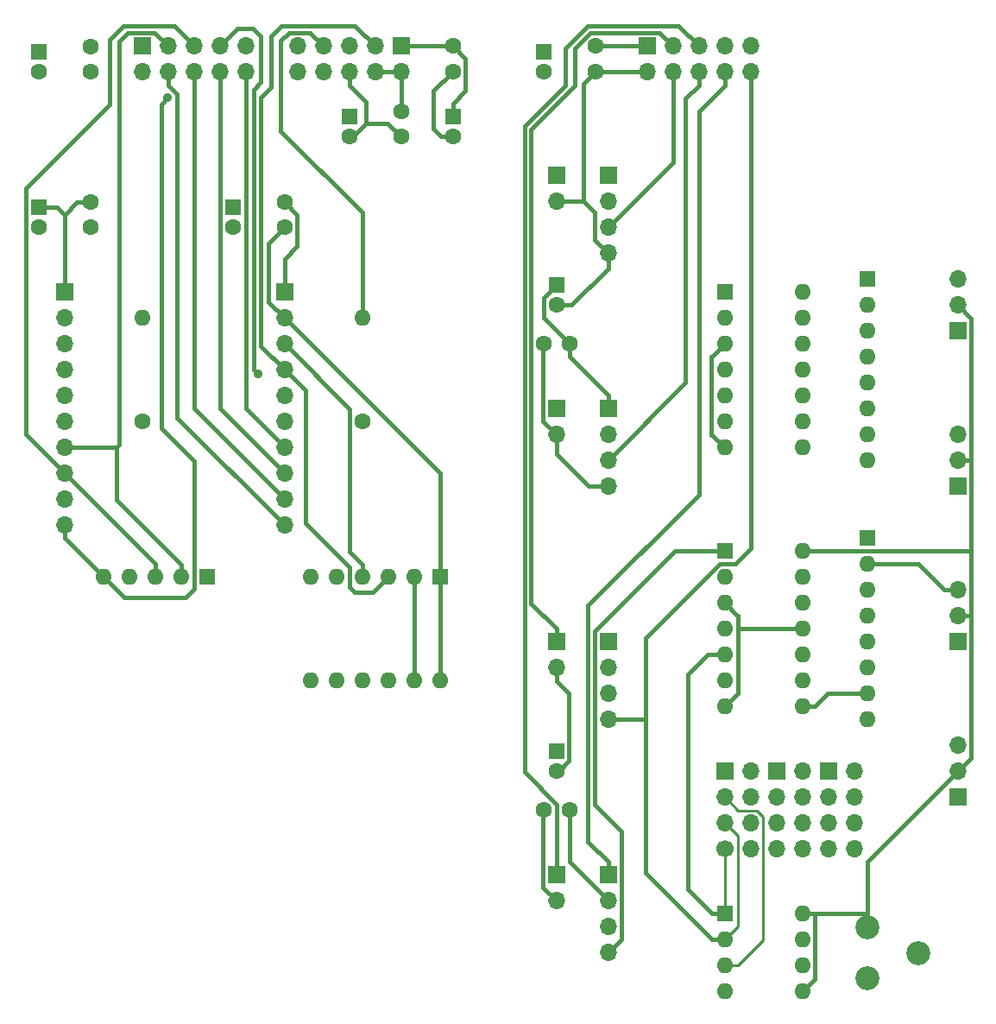
<source format=gtl>
G04 #@! TF.FileFunction,Copper,L1,Top,Signal*
%FSLAX46Y46*%
G04 Gerber Fmt 4.6, Leading zero omitted, Abs format (unit mm)*
G04 Created by KiCad (PCBNEW 4.0.7) date 11/14/17 22:07:01*
%MOMM*%
%LPD*%
G01*
G04 APERTURE LIST*
%ADD10C,0.100000*%
%ADD11R,1.700000X1.700000*%
%ADD12O,1.700000X1.700000*%
%ADD13R,1.600000X1.600000*%
%ADD14C,1.600000*%
%ADD15O,1.600000X1.600000*%
%ADD16C,2.340000*%
%ADD17C,1.700000*%
%ADD18C,0.889000*%
%ADD19C,0.381000*%
%ADD20C,0.254000*%
G04 APERTURE END LIST*
D10*
D11*
X219710000Y-53340000D03*
D12*
X219710000Y-55880000D03*
X222250000Y-53340000D03*
X222250000Y-55880000D03*
X224790000Y-53340000D03*
X224790000Y-55880000D03*
X227330000Y-53340000D03*
X227330000Y-55880000D03*
X229870000Y-53340000D03*
X229870000Y-55880000D03*
D13*
X190500000Y-60230000D03*
D14*
X190500000Y-62230000D03*
D13*
X200660000Y-60230000D03*
D14*
X200660000Y-62230000D03*
X195580000Y-62230000D03*
X195580000Y-59730000D03*
X200660000Y-55840000D03*
X200660000Y-53340000D03*
D13*
X160020000Y-53880000D03*
D14*
X160020000Y-55880000D03*
X165100000Y-55880000D03*
X165100000Y-53380000D03*
D13*
X179070000Y-69120000D03*
D14*
X179070000Y-71120000D03*
X184150000Y-71120000D03*
X184150000Y-68620000D03*
D13*
X210820000Y-122460000D03*
D14*
X210820000Y-124460000D03*
X209590000Y-128270000D03*
X212090000Y-128270000D03*
D13*
X210820000Y-76740000D03*
D14*
X210820000Y-78740000D03*
X209590000Y-82550000D03*
X212090000Y-82550000D03*
D13*
X209550000Y-53880000D03*
D14*
X209550000Y-55880000D03*
X214630000Y-55840000D03*
X214630000Y-53340000D03*
D13*
X160020000Y-69120000D03*
D14*
X160020000Y-71120000D03*
X165100000Y-71120000D03*
X165100000Y-68620000D03*
D11*
X195580000Y-53340000D03*
D12*
X195580000Y-55880000D03*
X193040000Y-53340000D03*
X193040000Y-55880000D03*
X190500000Y-53340000D03*
X190500000Y-55880000D03*
X187960000Y-53340000D03*
X187960000Y-55880000D03*
X185420000Y-53340000D03*
X185420000Y-55880000D03*
D11*
X210820000Y-66040000D03*
D12*
X210820000Y-68580000D03*
D11*
X210820000Y-88900000D03*
D12*
X210820000Y-91440000D03*
D11*
X210820000Y-134620000D03*
D12*
X210820000Y-137160000D03*
D11*
X210820000Y-111760000D03*
D12*
X210820000Y-114300000D03*
D14*
X170180000Y-90170000D03*
D15*
X170180000Y-80010000D03*
D14*
X191770000Y-90170000D03*
D15*
X191770000Y-80010000D03*
D13*
X176530000Y-105410000D03*
D15*
X173990000Y-105410000D03*
X171450000Y-105410000D03*
X168910000Y-105410000D03*
X166370000Y-105410000D03*
D16*
X241300000Y-144780000D03*
X246300000Y-142280000D03*
X241300000Y-139780000D03*
D11*
X215900000Y-66040000D03*
D12*
X215900000Y-68580000D03*
X215900000Y-71120000D03*
X215900000Y-73660000D03*
D11*
X215900000Y-88900000D03*
D12*
X215900000Y-91440000D03*
X215900000Y-93980000D03*
X215900000Y-96520000D03*
D11*
X215900000Y-134620000D03*
D12*
X215900000Y-137160000D03*
X215900000Y-139700000D03*
X215900000Y-142240000D03*
D11*
X215900000Y-111760000D03*
D12*
X215900000Y-114300000D03*
X215900000Y-116840000D03*
X215900000Y-119380000D03*
D13*
X227330000Y-77470000D03*
D15*
X234950000Y-92710000D03*
X227330000Y-80010000D03*
X234950000Y-90170000D03*
X227330000Y-82550000D03*
X234950000Y-87630000D03*
X227330000Y-85090000D03*
X234950000Y-85090000D03*
X227330000Y-87630000D03*
X234950000Y-82550000D03*
X227330000Y-90170000D03*
X234950000Y-80010000D03*
X227330000Y-92710000D03*
X234950000Y-77470000D03*
D13*
X227330000Y-102870000D03*
D15*
X234950000Y-118110000D03*
X227330000Y-105410000D03*
X234950000Y-115570000D03*
X227330000Y-107950000D03*
X234950000Y-113030000D03*
X227330000Y-110490000D03*
X234950000Y-110490000D03*
X227330000Y-113030000D03*
X234950000Y-107950000D03*
X227330000Y-115570000D03*
X234950000Y-105410000D03*
X227330000Y-118110000D03*
X234950000Y-102870000D03*
D11*
X250190000Y-96520000D03*
D12*
X250190000Y-93980000D03*
X250190000Y-91440000D03*
D11*
X250190000Y-111760000D03*
D12*
X250190000Y-109220000D03*
X250190000Y-106680000D03*
D11*
X250190000Y-127000000D03*
D12*
X250190000Y-124460000D03*
X250190000Y-121920000D03*
D13*
X227330000Y-138430000D03*
D15*
X234950000Y-146050000D03*
X227330000Y-140970000D03*
X234950000Y-143510000D03*
X227330000Y-143510000D03*
X234950000Y-140970000D03*
X227330000Y-146050000D03*
X234950000Y-138430000D03*
D11*
X162560000Y-77470000D03*
D12*
X162560000Y-80010000D03*
X162560000Y-82550000D03*
X162560000Y-85090000D03*
X162560000Y-87630000D03*
X162560000Y-90170000D03*
X162560000Y-92710000D03*
X162560000Y-95250000D03*
X162560000Y-97790000D03*
X162560000Y-100330000D03*
D11*
X184150000Y-77470000D03*
D12*
X184150000Y-80010000D03*
X184150000Y-82550000D03*
X184150000Y-85090000D03*
X184150000Y-87630000D03*
X184150000Y-90170000D03*
X184150000Y-92710000D03*
X184150000Y-95250000D03*
X184150000Y-97790000D03*
X184150000Y-100330000D03*
D13*
X199390000Y-105410000D03*
D15*
X186690000Y-115570000D03*
X196850000Y-105410000D03*
X189230000Y-115570000D03*
X194310000Y-105410000D03*
X191770000Y-115570000D03*
X191770000Y-105410000D03*
X194310000Y-115570000D03*
X189230000Y-105410000D03*
X196850000Y-115570000D03*
X186690000Y-105410000D03*
X199390000Y-115570000D03*
D11*
X170180000Y-53340000D03*
D12*
X170180000Y-55880000D03*
X172720000Y-53340000D03*
X172720000Y-55880000D03*
X175260000Y-53340000D03*
X175260000Y-55880000D03*
X177800000Y-53340000D03*
X177800000Y-55880000D03*
X180340000Y-53340000D03*
X180340000Y-55880000D03*
D13*
X241300000Y-76200000D03*
D15*
X241300000Y-78740000D03*
X241300000Y-81280000D03*
X241300000Y-83820000D03*
X241300000Y-86360000D03*
X241300000Y-88900000D03*
X241300000Y-91440000D03*
X241300000Y-93980000D03*
D13*
X241300000Y-101600000D03*
D15*
X241300000Y-104140000D03*
X241300000Y-106680000D03*
X241300000Y-109220000D03*
X241300000Y-111760000D03*
X241300000Y-114300000D03*
X241300000Y-116840000D03*
X241300000Y-119380000D03*
D11*
X250190000Y-81280000D03*
D12*
X250190000Y-78740000D03*
X250190000Y-76200000D03*
D11*
X227330000Y-124460000D03*
D12*
X229870000Y-124460000D03*
X227330000Y-127000000D03*
X229870000Y-127000000D03*
X227330000Y-129540000D03*
X229870000Y-129540000D03*
D17*
X227330000Y-132080000D03*
D12*
X229870000Y-132080000D03*
D11*
X232410000Y-124460000D03*
D12*
X234950000Y-124460000D03*
X232410000Y-127000000D03*
X234950000Y-127000000D03*
X232410000Y-129540000D03*
X234950000Y-129540000D03*
X232410000Y-132080000D03*
X234950000Y-132080000D03*
D11*
X237490000Y-124460000D03*
D12*
X240030000Y-124460000D03*
X237490000Y-127000000D03*
X240030000Y-127000000D03*
X237490000Y-129540000D03*
X240030000Y-129540000D03*
X237490000Y-132080000D03*
X240030000Y-132080000D03*
D18*
X181537000Y-85473500D03*
X172703500Y-58424700D03*
D19*
X215900000Y-96520000D02*
X214019186Y-96520000D01*
X210820000Y-93320814D02*
X210820000Y-91440000D01*
X214019186Y-96520000D02*
X210820000Y-93320814D01*
X191744800Y-61377500D02*
X192148577Y-60973723D01*
X192148577Y-60973723D02*
X192148577Y-58823377D01*
X192148577Y-58823377D02*
X190500000Y-57174800D01*
X190500000Y-57174800D02*
X190500000Y-55880000D01*
X191744800Y-61377500D02*
X192177099Y-60945201D01*
X192177099Y-60945201D02*
X194295201Y-60945201D01*
X194295201Y-60945201D02*
X195580000Y-62230000D01*
X215900000Y-73660000D02*
X215898353Y-73660000D01*
X215898353Y-73660000D02*
X214605200Y-72366847D01*
X214605200Y-72366847D02*
X214605200Y-69678700D01*
X214605200Y-69678700D02*
X213506500Y-68580000D01*
X210820000Y-78740000D02*
X210820677Y-78739323D01*
X210820677Y-78739323D02*
X212328414Y-78739323D01*
X215915053Y-75152684D02*
X215915053Y-73699951D01*
X212328414Y-78739323D02*
X215915053Y-75152684D01*
X227330000Y-92710000D02*
X226085200Y-91465200D01*
X226085200Y-91465200D02*
X226034900Y-91465200D01*
X226034900Y-91465200D02*
X226034900Y-83794800D01*
X226034900Y-83794800D02*
X226085200Y-83794800D01*
X226085200Y-83794800D02*
X227330000Y-82550000D01*
X227330000Y-107950000D02*
X228564472Y-109184472D01*
X228564472Y-109184472D02*
X228600000Y-109184472D01*
X228600000Y-109184472D02*
X228600000Y-110490000D01*
X227330000Y-118110000D02*
X228600000Y-116840000D01*
X228600000Y-116840000D02*
X228600000Y-110490000D01*
X209525100Y-128334900D02*
X209590000Y-128270000D01*
X209525100Y-135865100D02*
X209525100Y-128334900D01*
X210820000Y-137160000D02*
X209525100Y-135865100D01*
X190892300Y-62230000D02*
X191744800Y-61377500D01*
X190500000Y-62230000D02*
X190892300Y-62230000D01*
X209525100Y-90145100D02*
X210820000Y-91440000D01*
X209525100Y-82614900D02*
X209525100Y-90145100D01*
X209590000Y-82550000D02*
X209525100Y-82614900D01*
X219710000Y-55880000D02*
X218415200Y-55880000D01*
X214630000Y-55880000D02*
X218415200Y-55880000D01*
X214630000Y-55840000D02*
X214630000Y-55880000D01*
X234950000Y-110490000D02*
X233705200Y-110490000D01*
X228600000Y-110490000D02*
X233705200Y-110490000D01*
X211065000Y-124460000D02*
X210820000Y-124460000D01*
X212064900Y-123460100D02*
X211065000Y-124460000D01*
X212064900Y-116839700D02*
X212064900Y-123460100D01*
X210820000Y-115594800D02*
X212064900Y-116839700D01*
X210820000Y-114300000D02*
X210820000Y-115594800D01*
X210820000Y-68580000D02*
X212114800Y-68580000D01*
X213506500Y-68580000D02*
X212114800Y-68580000D01*
X213506500Y-57003500D02*
X213506500Y-68580000D01*
X214630000Y-55880000D02*
X213506500Y-57003500D01*
X234950000Y-146050000D02*
X236194800Y-144805200D01*
X236194800Y-144805200D02*
X236194800Y-138430000D01*
X212090000Y-133350000D02*
X212090000Y-128270000D01*
X215900000Y-137160000D02*
X212090000Y-133350000D01*
X219710000Y-53340000D02*
X214630000Y-53340000D01*
X209554400Y-78005600D02*
X210820000Y-76740000D01*
X209554400Y-80014400D02*
X209554400Y-78005600D01*
X212090000Y-82550000D02*
X209554400Y-80014400D01*
X212090000Y-83795200D02*
X212090000Y-82550000D01*
X215900000Y-87605200D02*
X212090000Y-83795200D01*
X215900000Y-88900000D02*
X215900000Y-87605200D01*
X250190000Y-109220000D02*
X251484800Y-109220000D01*
X251484800Y-123165200D02*
X250190000Y-124460000D01*
X251484800Y-109220000D02*
X251484800Y-123165200D01*
X193040000Y-55880000D02*
X194334800Y-55880000D01*
X195580000Y-59730000D02*
X195580000Y-55880000D01*
X195580000Y-55880000D02*
X194334800Y-55880000D01*
X251484800Y-102870000D02*
X251484800Y-109220000D01*
X251484800Y-102870000D02*
X234950000Y-102870000D01*
X234950000Y-138430000D02*
X236194800Y-138430000D01*
X241300000Y-133350000D02*
X241300000Y-138430000D01*
X250190000Y-124460000D02*
X241300000Y-133350000D01*
X241300000Y-138430000D02*
X241300000Y-139780000D01*
X241300000Y-138430000D02*
X236194800Y-138430000D01*
X251484800Y-93980000D02*
X251484800Y-102870000D01*
X250190000Y-93980000D02*
X251484800Y-93980000D01*
X251484800Y-80034800D02*
X251484800Y-93980000D01*
X250190000Y-78740000D02*
X251484800Y-80034800D01*
X175260000Y-53340000D02*
X173327000Y-51407000D01*
X173327000Y-51407000D02*
X168318444Y-51407000D01*
X168318444Y-51407000D02*
X167008365Y-52717079D01*
X167008365Y-52717079D02*
X167008365Y-59039535D01*
X158760500Y-67287400D02*
X158760500Y-91450500D01*
X167008365Y-59039535D02*
X158760500Y-67287400D01*
X158760500Y-91450500D02*
X162560000Y-95250000D01*
X162560000Y-95250000D02*
X171450000Y-104140000D01*
X171450000Y-104140000D02*
X171450000Y-105410000D01*
X177800000Y-53340000D02*
X179543494Y-51596506D01*
X179543494Y-51596506D02*
X181016255Y-51596506D01*
X181016255Y-51596506D02*
X181836734Y-52416985D01*
X181102035Y-85038535D02*
X181537000Y-85473500D01*
X181836734Y-52416985D02*
X181836734Y-56908566D01*
X181836734Y-56908566D02*
X181102035Y-57643265D01*
X181102035Y-57643265D02*
X181102035Y-85038535D01*
X166370000Y-105410000D02*
X168391830Y-107431830D01*
X168391830Y-107431830D02*
X174457482Y-107431830D01*
X174457482Y-107431830D02*
X175285100Y-106604212D01*
X175285100Y-106604212D02*
X175285100Y-94057922D01*
X175285100Y-94057922D02*
X172070026Y-90842848D01*
X172070026Y-90842848D02*
X172070026Y-59058174D01*
X172070026Y-59058174D02*
X172703500Y-58424700D01*
X166370000Y-105410000D02*
X162560000Y-101600000D01*
X162560000Y-101600000D02*
X162560000Y-100330000D01*
X222803700Y-51353700D02*
X224790000Y-53340000D01*
X213926000Y-51353700D02*
X222803700Y-51353700D01*
X211670700Y-53609000D02*
X213926000Y-51353700D01*
X211670700Y-57193900D02*
X211670700Y-53609000D01*
X207691600Y-61173000D02*
X211670700Y-57193900D01*
X207691600Y-124551500D02*
X207691600Y-61173000D01*
X210840000Y-127699900D02*
X207691600Y-124551500D01*
X210840000Y-133305200D02*
X210840000Y-127699900D01*
X210820000Y-133325200D02*
X210840000Y-133305200D01*
X210820000Y-134620000D02*
X210820000Y-133325200D01*
X223502500Y-86377500D02*
X215900000Y-93980000D01*
X223502500Y-58462300D02*
X223502500Y-86377500D01*
X224790000Y-57174800D02*
X223502500Y-58462300D01*
X224790000Y-55880000D02*
X224790000Y-57174800D01*
X215900000Y-134620000D02*
X215900000Y-133325200D01*
X227330000Y-55880000D02*
X227330000Y-57174800D01*
X224790000Y-59714800D02*
X227330000Y-57174800D01*
X224790000Y-97302800D02*
X224790000Y-59714800D01*
X213939300Y-108153500D02*
X224790000Y-97302800D01*
X213939300Y-131364500D02*
X213939300Y-108153500D01*
X215900000Y-133325200D02*
X213939300Y-131364500D01*
X227330000Y-140970000D02*
X226112218Y-140970000D01*
X226112218Y-140970000D02*
X219536526Y-134394308D01*
X219536526Y-134394308D02*
X219536526Y-119409374D01*
X219536526Y-119409374D02*
X219565900Y-119380000D01*
D20*
X227330000Y-140970000D02*
X228600000Y-139700000D01*
X228600000Y-139700000D02*
X228600000Y-130810000D01*
X228600000Y-130810000D02*
X228179999Y-130389999D01*
X228179999Y-130389999D02*
X227330000Y-129540000D01*
D19*
X215900000Y-119380000D02*
X217194800Y-119380000D01*
X217194800Y-119380000D02*
X219565900Y-119380000D01*
X229870000Y-102602800D02*
X229870000Y-55880000D01*
X228357900Y-104114900D02*
X229870000Y-102602800D01*
X226838600Y-104114900D02*
X228357900Y-104114900D01*
X219565900Y-111387600D02*
X226838600Y-104114900D01*
X219565900Y-119380000D02*
X219565900Y-111387600D01*
X180340000Y-88900000D02*
X180340000Y-55880000D01*
X184150000Y-92710000D02*
X180340000Y-88900000D01*
X177800000Y-88900000D02*
X184150000Y-95250000D01*
X177800000Y-55880000D02*
X177800000Y-88900000D01*
X175260000Y-88900000D02*
X175260000Y-55880000D01*
X184150000Y-97790000D02*
X175260000Y-88900000D01*
X172720000Y-53340000D02*
X171425100Y-52045100D01*
X171425100Y-52045100D02*
X168751209Y-52045100D01*
X168751209Y-52045100D02*
X167919532Y-52876777D01*
X167919532Y-52876777D02*
X167919532Y-92430468D01*
X167919532Y-92430468D02*
X167640000Y-92710000D01*
X173990000Y-105410000D02*
X173990000Y-104165200D01*
X162560000Y-92710000D02*
X163854800Y-92710000D01*
X167640000Y-92710000D02*
X163854800Y-92710000D01*
X167640000Y-97815200D02*
X173990000Y-104165200D01*
X167640000Y-92710000D02*
X167640000Y-97815200D01*
X172720000Y-55880000D02*
X172720000Y-57174800D01*
X173625800Y-58080600D02*
X172720000Y-57174800D01*
X173625800Y-89805800D02*
X173625800Y-58080600D01*
X184150000Y-100330000D02*
X173625800Y-89805800D01*
X210820000Y-111760000D02*
X210820000Y-110465200D01*
X220955100Y-52045100D02*
X222250000Y-53340000D01*
X214135500Y-52045100D02*
X220955100Y-52045100D01*
X212623600Y-53557000D02*
X214135500Y-52045100D01*
X212623600Y-57193900D02*
X212623600Y-53557000D01*
X208327000Y-61490500D02*
X212623600Y-57193900D01*
X208327000Y-107972200D02*
X208327000Y-61490500D01*
X210820000Y-110465200D02*
X208327000Y-107972200D01*
X222250000Y-64770000D02*
X222250000Y-55880000D01*
X215900000Y-71120000D02*
X222250000Y-64770000D01*
X184150000Y-77470000D02*
X184150000Y-74226060D01*
X184150000Y-74226060D02*
X185405100Y-72970960D01*
X185405100Y-72970960D02*
X185405100Y-69875100D01*
X185405100Y-69875100D02*
X184150000Y-68620000D01*
X196850000Y-115570000D02*
X196850000Y-105410000D01*
X200660000Y-60230000D02*
X200660000Y-58985200D01*
X160020000Y-69120000D02*
X161264800Y-69120000D01*
X163815000Y-68620000D02*
X162560000Y-69875000D01*
X165100000Y-68620000D02*
X163815000Y-68620000D01*
X162560000Y-77470000D02*
X162560000Y-69875000D01*
X161805000Y-69120000D02*
X161264800Y-69120000D01*
X162560000Y-69875000D02*
X161805000Y-69120000D01*
X195580000Y-53340000D02*
X196874800Y-53340000D01*
X201915100Y-54595100D02*
X200660000Y-53340000D01*
X201915100Y-57730100D02*
X201915100Y-54595100D01*
X200660000Y-58985200D02*
X201915100Y-57730100D01*
X200660000Y-53340000D02*
X196874800Y-53340000D01*
X184150000Y-80010000D02*
X182599568Y-78459568D01*
X182599568Y-78459568D02*
X182599568Y-72670432D01*
X182599568Y-72670432D02*
X184150000Y-71120000D01*
X200660000Y-62230000D02*
X199522259Y-62230000D01*
X199522259Y-62230000D02*
X198751578Y-61459319D01*
X198751578Y-61459319D02*
X198751578Y-57748422D01*
X198751578Y-57748422D02*
X200660000Y-55840000D01*
X199390000Y-115570000D02*
X199390000Y-105410000D01*
X199390000Y-95250000D02*
X184150000Y-80010000D01*
X199390000Y-105410000D02*
X199390000Y-95250000D01*
X194310000Y-105410000D02*
X192784774Y-106935226D01*
X192784774Y-106935226D02*
X191053245Y-106935226D01*
X190525499Y-106407480D02*
X190525499Y-105933999D01*
X191053245Y-106935226D02*
X190525499Y-106407480D01*
X190525499Y-105933999D02*
X190525100Y-105933600D01*
X190525100Y-105933600D02*
X190525100Y-104477000D01*
X186179200Y-100131100D02*
X186179200Y-87119200D01*
X190525100Y-104477000D02*
X186179200Y-100131100D01*
X186179200Y-87119200D02*
X184150000Y-85090000D01*
X184150000Y-85090000D02*
X181850801Y-82790801D01*
X181850801Y-82790801D02*
X181850801Y-58354933D01*
X181850801Y-58354933D02*
X182841000Y-57364734D01*
X182841000Y-57364734D02*
X182841000Y-52397434D01*
X182841000Y-52397434D02*
X183873434Y-51365000D01*
X183873434Y-51365000D02*
X191065000Y-51365000D01*
X191065000Y-51365000D02*
X193040000Y-53340000D01*
X191770000Y-105410000D02*
X191770000Y-104165200D01*
X190525200Y-88925200D02*
X184150000Y-82550000D01*
X190525200Y-102920400D02*
X190525200Y-88925200D01*
X191770000Y-104165200D02*
X190525200Y-102920400D01*
X191770000Y-80010000D02*
X191770000Y-69633700D01*
X191770000Y-69633700D02*
X183797597Y-61661297D01*
X183797597Y-61661297D02*
X183797597Y-52811908D01*
X183797597Y-52811908D02*
X184565305Y-52044200D01*
X184565305Y-52044200D02*
X186664200Y-52044200D01*
X186664200Y-52044200D02*
X187960000Y-53340000D01*
D20*
X231101001Y-141008999D02*
X228600000Y-143510000D01*
X228600000Y-143510000D02*
X227330000Y-143510000D01*
X227330000Y-127000000D02*
X228638999Y-128308999D01*
X228638999Y-128308999D02*
X230460881Y-128308999D01*
X230460881Y-128308999D02*
X231101001Y-128949119D01*
X231101001Y-128949119D02*
X231101001Y-141008999D01*
D19*
X222454800Y-102870000D02*
X227330000Y-102870000D01*
X214574700Y-110750100D02*
X222454800Y-102870000D01*
X214574700Y-127771000D02*
X214574700Y-110750100D01*
X217202800Y-130399100D02*
X214574700Y-127771000D01*
X217202800Y-140937200D02*
X217202800Y-130399100D01*
X215900000Y-142240000D02*
X217202800Y-140937200D01*
X227330000Y-138430000D02*
X226082568Y-138430000D01*
X226082568Y-138430000D02*
X223724613Y-136072045D01*
X223724613Y-136072045D02*
X223724613Y-114972260D01*
X223724613Y-114972260D02*
X225666873Y-113030000D01*
X225666873Y-113030000D02*
X227330000Y-113030000D01*
D20*
X227330000Y-138430000D02*
X227330000Y-132080000D01*
D19*
X246355200Y-104140000D02*
X248895200Y-106680000D01*
X241300000Y-104140000D02*
X246355200Y-104140000D01*
X250190000Y-106680000D02*
X248895200Y-106680000D01*
X237464800Y-116840000D02*
X236194800Y-118110000D01*
X241300000Y-116840000D02*
X237464800Y-116840000D01*
X234950000Y-118110000D02*
X236194800Y-118110000D01*
M02*

</source>
